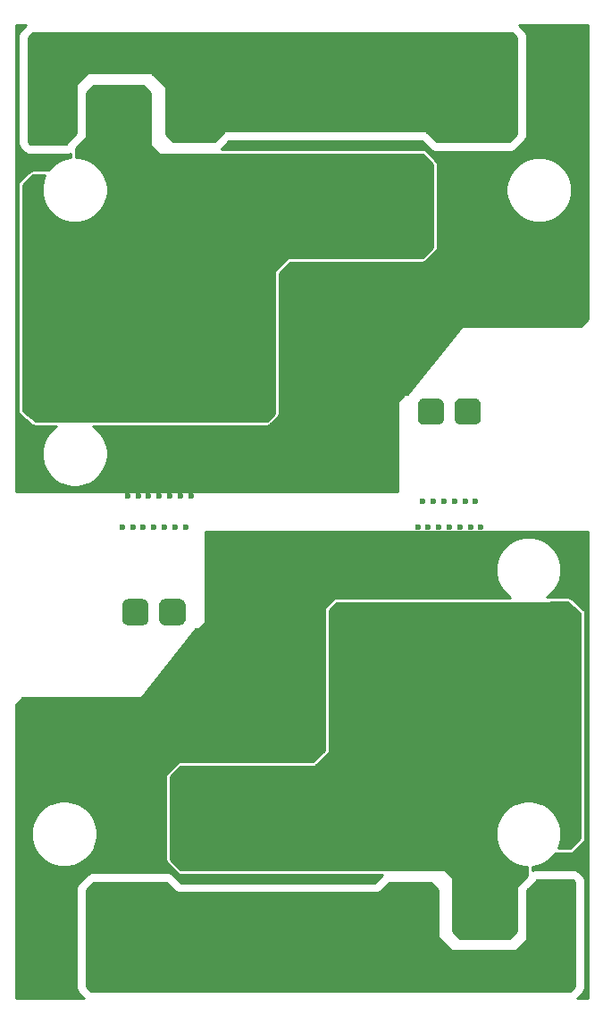
<source format=gbl>
G04 #@! TF.GenerationSoftware,KiCad,Pcbnew,(5.1.5)-3*
G04 #@! TF.CreationDate,2020-02-03T09:46:18+01:00*
G04 #@! TF.ProjectId,Chopper_v2,43686f70-7065-4725-9f76-322e6b696361,rev?*
G04 #@! TF.SameCoordinates,PXc65d40PYb71b000*
G04 #@! TF.FileFunction,Copper,L2,Bot*
G04 #@! TF.FilePolarity,Positive*
%FSLAX46Y46*%
G04 Gerber Fmt 4.6, Leading zero omitted, Abs format (unit mm)*
G04 Created by KiCad (PCBNEW (5.1.5)-3) date 2020-02-03 09:46:18*
%MOMM*%
%LPD*%
G04 APERTURE LIST*
%ADD10O,2.000000X3.500000*%
%ADD11C,0.100000*%
%ADD12C,1.500000*%
%ADD13C,0.600000*%
%ADD14C,0.254000*%
G04 APERTURE END LIST*
D10*
X9330000Y84000000D03*
X4250000Y84000000D03*
G04 #@! TA.AperFunction,SMDPad,CuDef*
D11*
G36*
X43936261Y57246990D02*
G01*
X43996931Y57237991D01*
X44056428Y57223088D01*
X44114177Y57202425D01*
X44169623Y57176201D01*
X44222231Y57144669D01*
X44271496Y57108132D01*
X44316942Y57066942D01*
X44358132Y57021496D01*
X44394669Y56972231D01*
X44426201Y56919623D01*
X44452425Y56864177D01*
X44473088Y56806428D01*
X44487991Y56746931D01*
X44496990Y56686261D01*
X44500000Y56625000D01*
X44500000Y55375000D01*
X44496990Y55313739D01*
X44487991Y55253069D01*
X44473088Y55193572D01*
X44452425Y55135823D01*
X44426201Y55080377D01*
X44394669Y55027769D01*
X44358132Y54978504D01*
X44316942Y54933058D01*
X44271496Y54891868D01*
X44222231Y54855331D01*
X44169623Y54823799D01*
X44114177Y54797575D01*
X44056428Y54776912D01*
X43996931Y54762009D01*
X43936261Y54753010D01*
X43875000Y54750000D01*
X42625000Y54750000D01*
X42563739Y54753010D01*
X42503069Y54762009D01*
X42443572Y54776912D01*
X42385823Y54797575D01*
X42330377Y54823799D01*
X42277769Y54855331D01*
X42228504Y54891868D01*
X42183058Y54933058D01*
X42141868Y54978504D01*
X42105331Y55027769D01*
X42073799Y55080377D01*
X42047575Y55135823D01*
X42026912Y55193572D01*
X42012009Y55253069D01*
X42003010Y55313739D01*
X42000000Y55375000D01*
X42000000Y56625000D01*
X42003010Y56686261D01*
X42012009Y56746931D01*
X42026912Y56806428D01*
X42047575Y56864177D01*
X42073799Y56919623D01*
X42105331Y56972231D01*
X42141868Y57021496D01*
X42183058Y57066942D01*
X42228504Y57108132D01*
X42277769Y57144669D01*
X42330377Y57176201D01*
X42385823Y57202425D01*
X42443572Y57223088D01*
X42503069Y57237991D01*
X42563739Y57246990D01*
X42625000Y57250000D01*
X43875000Y57250000D01*
X43936261Y57246990D01*
G37*
G04 #@! TD.AperFunction*
G04 #@! TA.AperFunction,SMDPad,CuDef*
G36*
X40436261Y57246990D02*
G01*
X40496931Y57237991D01*
X40556428Y57223088D01*
X40614177Y57202425D01*
X40669623Y57176201D01*
X40722231Y57144669D01*
X40771496Y57108132D01*
X40816942Y57066942D01*
X40858132Y57021496D01*
X40894669Y56972231D01*
X40926201Y56919623D01*
X40952425Y56864177D01*
X40973088Y56806428D01*
X40987991Y56746931D01*
X40996990Y56686261D01*
X41000000Y56625000D01*
X41000000Y55375000D01*
X40996990Y55313739D01*
X40987991Y55253069D01*
X40973088Y55193572D01*
X40952425Y55135823D01*
X40926201Y55080377D01*
X40894669Y55027769D01*
X40858132Y54978504D01*
X40816942Y54933058D01*
X40771496Y54891868D01*
X40722231Y54855331D01*
X40669623Y54823799D01*
X40614177Y54797575D01*
X40556428Y54776912D01*
X40496931Y54762009D01*
X40436261Y54753010D01*
X40375000Y54750000D01*
X39125000Y54750000D01*
X39063739Y54753010D01*
X39003069Y54762009D01*
X38943572Y54776912D01*
X38885823Y54797575D01*
X38830377Y54823799D01*
X38777769Y54855331D01*
X38728504Y54891868D01*
X38683058Y54933058D01*
X38641868Y54978504D01*
X38605331Y55027769D01*
X38573799Y55080377D01*
X38547575Y55135823D01*
X38526912Y55193572D01*
X38512009Y55253069D01*
X38503010Y55313739D01*
X38500000Y55375000D01*
X38500000Y56625000D01*
X38503010Y56686261D01*
X38512009Y56746931D01*
X38526912Y56806428D01*
X38547575Y56864177D01*
X38573799Y56919623D01*
X38605331Y56972231D01*
X38641868Y57021496D01*
X38683058Y57066942D01*
X38728504Y57108132D01*
X38777769Y57144669D01*
X38830377Y57176201D01*
X38885823Y57202425D01*
X38943572Y57223088D01*
X39003069Y57237991D01*
X39063739Y57246990D01*
X39125000Y57250000D01*
X40375000Y57250000D01*
X40436261Y57246990D01*
G37*
G04 #@! TD.AperFunction*
D12*
X39750000Y56000000D03*
X43250000Y56000000D03*
D10*
X45750000Y84000000D03*
X50830000Y84000000D03*
D12*
X11750000Y37000000D03*
X15250000Y37000000D03*
G04 #@! TA.AperFunction,SMDPad,CuDef*
D11*
G36*
X15936261Y38246990D02*
G01*
X15996931Y38237991D01*
X16056428Y38223088D01*
X16114177Y38202425D01*
X16169623Y38176201D01*
X16222231Y38144669D01*
X16271496Y38108132D01*
X16316942Y38066942D01*
X16358132Y38021496D01*
X16394669Y37972231D01*
X16426201Y37919623D01*
X16452425Y37864177D01*
X16473088Y37806428D01*
X16487991Y37746931D01*
X16496990Y37686261D01*
X16500000Y37625000D01*
X16500000Y36375000D01*
X16496990Y36313739D01*
X16487991Y36253069D01*
X16473088Y36193572D01*
X16452425Y36135823D01*
X16426201Y36080377D01*
X16394669Y36027769D01*
X16358132Y35978504D01*
X16316942Y35933058D01*
X16271496Y35891868D01*
X16222231Y35855331D01*
X16169623Y35823799D01*
X16114177Y35797575D01*
X16056428Y35776912D01*
X15996931Y35762009D01*
X15936261Y35753010D01*
X15875000Y35750000D01*
X14625000Y35750000D01*
X14563739Y35753010D01*
X14503069Y35762009D01*
X14443572Y35776912D01*
X14385823Y35797575D01*
X14330377Y35823799D01*
X14277769Y35855331D01*
X14228504Y35891868D01*
X14183058Y35933058D01*
X14141868Y35978504D01*
X14105331Y36027769D01*
X14073799Y36080377D01*
X14047575Y36135823D01*
X14026912Y36193572D01*
X14012009Y36253069D01*
X14003010Y36313739D01*
X14000000Y36375000D01*
X14000000Y37625000D01*
X14003010Y37686261D01*
X14012009Y37746931D01*
X14026912Y37806428D01*
X14047575Y37864177D01*
X14073799Y37919623D01*
X14105331Y37972231D01*
X14141868Y38021496D01*
X14183058Y38066942D01*
X14228504Y38108132D01*
X14277769Y38144669D01*
X14330377Y38176201D01*
X14385823Y38202425D01*
X14443572Y38223088D01*
X14503069Y38237991D01*
X14563739Y38246990D01*
X14625000Y38250000D01*
X15875000Y38250000D01*
X15936261Y38246990D01*
G37*
G04 #@! TD.AperFunction*
G04 #@! TA.AperFunction,SMDPad,CuDef*
G36*
X12436261Y38246990D02*
G01*
X12496931Y38237991D01*
X12556428Y38223088D01*
X12614177Y38202425D01*
X12669623Y38176201D01*
X12722231Y38144669D01*
X12771496Y38108132D01*
X12816942Y38066942D01*
X12858132Y38021496D01*
X12894669Y37972231D01*
X12926201Y37919623D01*
X12952425Y37864177D01*
X12973088Y37806428D01*
X12987991Y37746931D01*
X12996990Y37686261D01*
X13000000Y37625000D01*
X13000000Y36375000D01*
X12996990Y36313739D01*
X12987991Y36253069D01*
X12973088Y36193572D01*
X12952425Y36135823D01*
X12926201Y36080377D01*
X12894669Y36027769D01*
X12858132Y35978504D01*
X12816942Y35933058D01*
X12771496Y35891868D01*
X12722231Y35855331D01*
X12669623Y35823799D01*
X12614177Y35797575D01*
X12556428Y35776912D01*
X12496931Y35762009D01*
X12436261Y35753010D01*
X12375000Y35750000D01*
X11125000Y35750000D01*
X11063739Y35753010D01*
X11003069Y35762009D01*
X10943572Y35776912D01*
X10885823Y35797575D01*
X10830377Y35823799D01*
X10777769Y35855331D01*
X10728504Y35891868D01*
X10683058Y35933058D01*
X10641868Y35978504D01*
X10605331Y36027769D01*
X10573799Y36080377D01*
X10547575Y36135823D01*
X10526912Y36193572D01*
X10512009Y36253069D01*
X10503010Y36313739D01*
X10500000Y36375000D01*
X10500000Y37625000D01*
X10503010Y37686261D01*
X10512009Y37746931D01*
X10526912Y37806428D01*
X10547575Y37864177D01*
X10573799Y37919623D01*
X10605331Y37972231D01*
X10641868Y38021496D01*
X10683058Y38066942D01*
X10728504Y38108132D01*
X10777769Y38144669D01*
X10830377Y38176201D01*
X10885823Y38202425D01*
X10943572Y38223088D01*
X11003069Y38237991D01*
X11063739Y38246990D01*
X11125000Y38250000D01*
X12375000Y38250000D01*
X12436261Y38246990D01*
G37*
G04 #@! TD.AperFunction*
D10*
X50750000Y9000000D03*
X45670000Y9000000D03*
X4170000Y9000000D03*
X9250000Y9000000D03*
D13*
X19500000Y48750000D03*
X14500000Y48750000D03*
X21500000Y48750000D03*
X17500000Y48750000D03*
X15500000Y48750000D03*
X20500000Y48750000D03*
X30500000Y66000000D03*
X30500000Y69000000D03*
X30500000Y68000000D03*
X29500000Y68000000D03*
X29500000Y65000000D03*
X32500000Y65000000D03*
X1000000Y52250000D03*
X31500000Y61000000D03*
X1000000Y53500000D03*
X31500000Y62000000D03*
X18500000Y48750000D03*
X31500000Y63000000D03*
X16500000Y48750000D03*
X32500000Y66000000D03*
X1000000Y54750000D03*
X1000000Y51000000D03*
X1000000Y49750000D03*
X28500000Y61000000D03*
X30500000Y65000000D03*
X29500000Y69000000D03*
X29500000Y67000000D03*
X29500000Y66000000D03*
X32500000Y67000000D03*
X32500000Y68000000D03*
X30500000Y67000000D03*
X26500000Y63000000D03*
X28500000Y62000000D03*
X30500000Y64000000D03*
X29500000Y63000000D03*
X28500000Y63000000D03*
X31500000Y64000000D03*
X32500000Y69000000D03*
X32500000Y64000000D03*
X27500000Y63000000D03*
X29500000Y64000000D03*
X30500000Y63000000D03*
X30500000Y76500000D03*
X29000000Y72000000D03*
X29000000Y75000000D03*
X27500000Y76500000D03*
X27500000Y78000000D03*
X30500000Y79500000D03*
X26000000Y79500000D03*
X26000000Y78000000D03*
X27500000Y72000000D03*
X27500000Y73500000D03*
X30500000Y75000000D03*
X30500000Y78000000D03*
X32000000Y79500000D03*
X32000000Y76500000D03*
X29000000Y76500000D03*
X27500000Y75000000D03*
X33500000Y79500000D03*
X33500000Y73500000D03*
X32000000Y78000000D03*
X33500000Y72000000D03*
X32000000Y75000000D03*
X24500000Y76500000D03*
X32000000Y73500000D03*
X29000000Y79500000D03*
X33500000Y78000000D03*
X29000000Y78000000D03*
X33500000Y76500000D03*
X26000000Y73500000D03*
X33500000Y75000000D03*
X24500000Y73500000D03*
X32000000Y72000000D03*
X30500000Y72000000D03*
X29000000Y73500000D03*
X26000000Y75000000D03*
X24500000Y78000000D03*
X30500000Y73500000D03*
X26000000Y76500000D03*
X26000000Y72000000D03*
X27500000Y79500000D03*
X35500000Y72000000D03*
X36750000Y72000000D03*
X22500000Y76500000D03*
X21250000Y79500000D03*
X36750000Y76500000D03*
X20000000Y75000000D03*
X35500000Y75000000D03*
X20000000Y72000000D03*
X21250000Y72000000D03*
X22500000Y75000000D03*
X38000000Y72000000D03*
X36750000Y75000000D03*
X36750000Y73500000D03*
X35500000Y79500000D03*
X20000000Y73500000D03*
X35500000Y76500000D03*
X38000000Y78000000D03*
X21250000Y75000000D03*
X36750000Y78000000D03*
X20000000Y76500000D03*
X35500000Y78000000D03*
X20000000Y78000000D03*
X38000000Y73500000D03*
X21250000Y78000000D03*
X22500000Y79500000D03*
X36750000Y79500000D03*
X24500000Y79500000D03*
X22500000Y73500000D03*
X20000000Y79500000D03*
X22500000Y72000000D03*
X35500000Y73500000D03*
X38000000Y76500000D03*
X38000000Y79500000D03*
X21250000Y76500000D03*
X24500000Y72000000D03*
X38000000Y75000000D03*
X24500000Y75000000D03*
X21250000Y73500000D03*
X22500000Y78000000D03*
X10500000Y45000000D03*
X11500000Y45000000D03*
X12500000Y45000000D03*
X13500000Y45000000D03*
X14500000Y45000000D03*
X15500000Y45000000D03*
X16500000Y45000000D03*
X11000000Y48000000D03*
X12000000Y48000000D03*
X13000000Y48000000D03*
X14000000Y48000000D03*
X15000000Y48000000D03*
X16000000Y48000000D03*
X17000000Y48000000D03*
X38500000Y45000000D03*
X39500000Y45000000D03*
X40500000Y45000000D03*
X41500000Y45000000D03*
X42500000Y45000000D03*
X43500000Y45000000D03*
X44500000Y45000000D03*
X44000000Y47500000D03*
X43000000Y47500000D03*
X42000000Y47500000D03*
X41000000Y47500000D03*
X40000000Y47500000D03*
X39000000Y47500000D03*
X38500000Y44250000D03*
X40500000Y44250000D03*
X39500000Y44250000D03*
X37500000Y44250000D03*
X36500000Y44250000D03*
X35500000Y44250000D03*
X34500000Y44250000D03*
X33500000Y44250000D03*
X24500000Y28000000D03*
X24500000Y27000000D03*
X24500000Y26000000D03*
X24500000Y25000000D03*
X24500000Y24000000D03*
X25500000Y24000000D03*
X25500000Y25000000D03*
X25500000Y26000000D03*
X25500000Y27000000D03*
X25500000Y28000000D03*
X22500000Y28000000D03*
X22500000Y27000000D03*
X22500000Y26000000D03*
X22500000Y25000000D03*
X54000000Y38250000D03*
X54000000Y39500000D03*
X54000000Y40750000D03*
X54000000Y42000000D03*
X54000000Y43250000D03*
X23500000Y32000000D03*
X23500000Y31000000D03*
X23500000Y30000000D03*
X26500000Y32000000D03*
X26500000Y31000000D03*
X26500000Y30000000D03*
X24500000Y30000000D03*
X27500000Y30000000D03*
X28500000Y30000000D03*
X24500000Y29000000D03*
X25500000Y30000000D03*
X25500000Y29000000D03*
X22500000Y29000000D03*
X23500000Y29000000D03*
X22500000Y24000000D03*
X19500000Y21000000D03*
X18250000Y21000000D03*
X17000000Y21000000D03*
X19500000Y19500000D03*
X18250000Y19500000D03*
X17000000Y19500000D03*
X19500000Y18000000D03*
X18250000Y18000000D03*
X17000000Y18000000D03*
X19500000Y16500000D03*
X18250000Y16500000D03*
X17000000Y16500000D03*
X19500000Y15000000D03*
X18250000Y15000000D03*
X17000000Y15000000D03*
X19500000Y13500000D03*
X18250000Y13500000D03*
X17000000Y13500000D03*
X35000000Y21000000D03*
X33750000Y21000000D03*
X32500000Y21000000D03*
X35000000Y19500000D03*
X33750000Y19500000D03*
X32500000Y19500000D03*
X35000000Y18000000D03*
X33750000Y18000000D03*
X32500000Y18000000D03*
X35000000Y16500000D03*
X33750000Y16500000D03*
X32500000Y16500000D03*
X35000000Y15000000D03*
X33750000Y15000000D03*
X32500000Y15000000D03*
X33750000Y13500000D03*
X35000000Y13500000D03*
X32500000Y13500000D03*
X30500000Y13500000D03*
X30500000Y21000000D03*
X30500000Y18000000D03*
X30500000Y15000000D03*
X30500000Y19500000D03*
X30500000Y16500000D03*
X29000000Y13500000D03*
X29000000Y21000000D03*
X29000000Y18000000D03*
X29000000Y15000000D03*
X29000000Y19500000D03*
X29000000Y16500000D03*
X27500000Y13500000D03*
X27500000Y21000000D03*
X27500000Y18000000D03*
X27500000Y15000000D03*
X27500000Y19500000D03*
X27500000Y16500000D03*
X26000000Y13500000D03*
X26000000Y21000000D03*
X26000000Y18000000D03*
X26000000Y15000000D03*
X26000000Y19500000D03*
X26000000Y16500000D03*
X24500000Y13500000D03*
X24500000Y21000000D03*
X24500000Y18000000D03*
X24500000Y15000000D03*
X24500000Y19500000D03*
X24500000Y16500000D03*
X23000000Y13500000D03*
X23000000Y21000000D03*
X23000000Y18000000D03*
X23000000Y15000000D03*
X23000000Y19500000D03*
X23000000Y16500000D03*
X21500000Y13500000D03*
X21500000Y15000000D03*
X21500000Y16500000D03*
X21500000Y18000000D03*
X21500000Y19500000D03*
X21500000Y21000000D03*
D14*
G36*
X54594000Y4980060D02*
G01*
X54594001Y4980050D01*
X54594000Y406000D01*
X53646266Y406000D01*
X54120133Y879867D01*
X54229199Y1012765D01*
X54310242Y1164387D01*
X54360149Y1328906D01*
X54377000Y1500000D01*
X54377000Y11500000D01*
X54360149Y11671094D01*
X54310242Y11835613D01*
X54229199Y11987235D01*
X54120133Y12120133D01*
X53870133Y12370133D01*
X53737235Y12479199D01*
X53585613Y12560242D01*
X53421094Y12610149D01*
X53250000Y12627000D01*
X49750000Y12627000D01*
X49578906Y12610149D01*
X49414387Y12560242D01*
X49381000Y12542396D01*
X49381000Y12887524D01*
X49912112Y12993169D01*
X50481190Y13228889D01*
X50993346Y13571101D01*
X51428899Y14006654D01*
X51497663Y14109566D01*
X53000000Y14109566D01*
X53073732Y14116769D01*
X53145240Y14138335D01*
X53211166Y14173438D01*
X53268977Y14220728D01*
X54272178Y15220728D01*
X54319991Y15278894D01*
X54355199Y15344764D01*
X54376880Y15416237D01*
X54384201Y15490566D01*
X54384201Y36990566D01*
X54368079Y37100225D01*
X54339675Y37169302D01*
X54298340Y37231510D01*
X54245663Y37284459D01*
X52995663Y38315709D01*
X52963830Y38339300D01*
X52897845Y38374292D01*
X52826301Y38395738D01*
X52751948Y38402814D01*
X50731540Y38396168D01*
X50993346Y38571101D01*
X51428899Y39006654D01*
X51771111Y39518810D01*
X52006831Y40087888D01*
X52127000Y40692017D01*
X52127000Y41307983D01*
X52006831Y41912112D01*
X51771111Y42481190D01*
X51428899Y42993346D01*
X50993346Y43428899D01*
X50481190Y43771111D01*
X49912112Y44006831D01*
X49307983Y44127000D01*
X48692017Y44127000D01*
X48087888Y44006831D01*
X47518810Y43771111D01*
X47006654Y43428899D01*
X46571101Y42993346D01*
X46228889Y42481190D01*
X45993169Y41912112D01*
X45873000Y41307983D01*
X45873000Y40692017D01*
X45993169Y40087888D01*
X46228889Y39518810D01*
X46571101Y39006654D01*
X47006654Y38571101D01*
X47285425Y38384832D01*
X43252556Y38371566D01*
X30753201Y38371566D01*
X30678872Y38364245D01*
X30607399Y38342564D01*
X30541529Y38307356D01*
X30483793Y38259974D01*
X29733793Y37509974D01*
X29686461Y37452313D01*
X29651238Y37386452D01*
X29629539Y37314984D01*
X29622201Y37240656D01*
X29619037Y23907853D01*
X28592184Y22881000D01*
X16000000Y22881000D01*
X15925671Y22873679D01*
X15854198Y22851998D01*
X15788328Y22816790D01*
X15730592Y22769408D01*
X14730592Y21769408D01*
X14683210Y21711672D01*
X14648002Y21645802D01*
X14626321Y21574329D01*
X14619000Y21500000D01*
X14619000Y13500000D01*
X14625976Y13427426D01*
X14647321Y13355852D01*
X14682220Y13289817D01*
X14729330Y13231860D01*
X15729330Y12222426D01*
X15788447Y12173696D01*
X15854330Y12138513D01*
X15925812Y12116859D01*
X16000144Y12109566D01*
X35126517Y12116783D01*
X34386734Y11377000D01*
X16113266Y11377000D01*
X15370133Y12120133D01*
X15237235Y12229199D01*
X15085613Y12310242D01*
X14921094Y12360149D01*
X14750000Y12377000D01*
X7750000Y12377000D01*
X7578906Y12360149D01*
X7414387Y12310242D01*
X7262765Y12229199D01*
X7129867Y12120133D01*
X6379867Y11370133D01*
X6270801Y11237235D01*
X6189758Y11085613D01*
X6139851Y10921094D01*
X6123000Y10750000D01*
X6123000Y1500000D01*
X6139851Y1328906D01*
X6189758Y1164387D01*
X6270801Y1012765D01*
X6379867Y879867D01*
X6853734Y406000D01*
X406000Y406000D01*
X406000Y16307983D01*
X1873000Y16307983D01*
X1873000Y15692017D01*
X1993169Y15087888D01*
X2228889Y14518810D01*
X2571101Y14006654D01*
X3006654Y13571101D01*
X3518810Y13228889D01*
X4087888Y12993169D01*
X4692017Y12873000D01*
X5307983Y12873000D01*
X5912112Y12993169D01*
X6481190Y13228889D01*
X6993346Y13571101D01*
X7428899Y14006654D01*
X7771111Y14518810D01*
X8006831Y15087888D01*
X8127000Y15692017D01*
X8127000Y16307983D01*
X8006831Y16912112D01*
X7771111Y17481190D01*
X7428899Y17993346D01*
X6993346Y18428899D01*
X6481190Y18771111D01*
X5912112Y19006831D01*
X5307983Y19127000D01*
X4692017Y19127000D01*
X4087888Y19006831D01*
X3518810Y18771111D01*
X3006654Y18428899D01*
X2571101Y17993346D01*
X2228889Y17481190D01*
X1993169Y16912112D01*
X1873000Y16307983D01*
X406000Y16307983D01*
X406000Y28226394D01*
X1052606Y28873000D01*
X12250000Y28873000D01*
X12274776Y28875440D01*
X12298601Y28882667D01*
X12320557Y28894403D01*
X12339803Y28910197D01*
X12349729Y28921367D01*
X17436593Y35373000D01*
X17750000Y35373000D01*
X17774776Y35375440D01*
X17798601Y35382667D01*
X17820557Y35394403D01*
X17839803Y35410197D01*
X18339803Y35910197D01*
X18355597Y35929443D01*
X18367333Y35951399D01*
X18374560Y35975224D01*
X18377000Y36000000D01*
X18377000Y44594000D01*
X54594001Y44594000D01*
X54594000Y4980060D01*
G37*
X54594000Y4980060D02*
X54594001Y4980050D01*
X54594000Y406000D01*
X53646266Y406000D01*
X54120133Y879867D01*
X54229199Y1012765D01*
X54310242Y1164387D01*
X54360149Y1328906D01*
X54377000Y1500000D01*
X54377000Y11500000D01*
X54360149Y11671094D01*
X54310242Y11835613D01*
X54229199Y11987235D01*
X54120133Y12120133D01*
X53870133Y12370133D01*
X53737235Y12479199D01*
X53585613Y12560242D01*
X53421094Y12610149D01*
X53250000Y12627000D01*
X49750000Y12627000D01*
X49578906Y12610149D01*
X49414387Y12560242D01*
X49381000Y12542396D01*
X49381000Y12887524D01*
X49912112Y12993169D01*
X50481190Y13228889D01*
X50993346Y13571101D01*
X51428899Y14006654D01*
X51497663Y14109566D01*
X53000000Y14109566D01*
X53073732Y14116769D01*
X53145240Y14138335D01*
X53211166Y14173438D01*
X53268977Y14220728D01*
X54272178Y15220728D01*
X54319991Y15278894D01*
X54355199Y15344764D01*
X54376880Y15416237D01*
X54384201Y15490566D01*
X54384201Y36990566D01*
X54368079Y37100225D01*
X54339675Y37169302D01*
X54298340Y37231510D01*
X54245663Y37284459D01*
X52995663Y38315709D01*
X52963830Y38339300D01*
X52897845Y38374292D01*
X52826301Y38395738D01*
X52751948Y38402814D01*
X50731540Y38396168D01*
X50993346Y38571101D01*
X51428899Y39006654D01*
X51771111Y39518810D01*
X52006831Y40087888D01*
X52127000Y40692017D01*
X52127000Y41307983D01*
X52006831Y41912112D01*
X51771111Y42481190D01*
X51428899Y42993346D01*
X50993346Y43428899D01*
X50481190Y43771111D01*
X49912112Y44006831D01*
X49307983Y44127000D01*
X48692017Y44127000D01*
X48087888Y44006831D01*
X47518810Y43771111D01*
X47006654Y43428899D01*
X46571101Y42993346D01*
X46228889Y42481190D01*
X45993169Y41912112D01*
X45873000Y41307983D01*
X45873000Y40692017D01*
X45993169Y40087888D01*
X46228889Y39518810D01*
X46571101Y39006654D01*
X47006654Y38571101D01*
X47285425Y38384832D01*
X43252556Y38371566D01*
X30753201Y38371566D01*
X30678872Y38364245D01*
X30607399Y38342564D01*
X30541529Y38307356D01*
X30483793Y38259974D01*
X29733793Y37509974D01*
X29686461Y37452313D01*
X29651238Y37386452D01*
X29629539Y37314984D01*
X29622201Y37240656D01*
X29619037Y23907853D01*
X28592184Y22881000D01*
X16000000Y22881000D01*
X15925671Y22873679D01*
X15854198Y22851998D01*
X15788328Y22816790D01*
X15730592Y22769408D01*
X14730592Y21769408D01*
X14683210Y21711672D01*
X14648002Y21645802D01*
X14626321Y21574329D01*
X14619000Y21500000D01*
X14619000Y13500000D01*
X14625976Y13427426D01*
X14647321Y13355852D01*
X14682220Y13289817D01*
X14729330Y13231860D01*
X15729330Y12222426D01*
X15788447Y12173696D01*
X15854330Y12138513D01*
X15925812Y12116859D01*
X16000144Y12109566D01*
X35126517Y12116783D01*
X34386734Y11377000D01*
X16113266Y11377000D01*
X15370133Y12120133D01*
X15237235Y12229199D01*
X15085613Y12310242D01*
X14921094Y12360149D01*
X14750000Y12377000D01*
X7750000Y12377000D01*
X7578906Y12360149D01*
X7414387Y12310242D01*
X7262765Y12229199D01*
X7129867Y12120133D01*
X6379867Y11370133D01*
X6270801Y11237235D01*
X6189758Y11085613D01*
X6139851Y10921094D01*
X6123000Y10750000D01*
X6123000Y1500000D01*
X6139851Y1328906D01*
X6189758Y1164387D01*
X6270801Y1012765D01*
X6379867Y879867D01*
X6853734Y406000D01*
X406000Y406000D01*
X406000Y16307983D01*
X1873000Y16307983D01*
X1873000Y15692017D01*
X1993169Y15087888D01*
X2228889Y14518810D01*
X2571101Y14006654D01*
X3006654Y13571101D01*
X3518810Y13228889D01*
X4087888Y12993169D01*
X4692017Y12873000D01*
X5307983Y12873000D01*
X5912112Y12993169D01*
X6481190Y13228889D01*
X6993346Y13571101D01*
X7428899Y14006654D01*
X7771111Y14518810D01*
X8006831Y15087888D01*
X8127000Y15692017D01*
X8127000Y16307983D01*
X8006831Y16912112D01*
X7771111Y17481190D01*
X7428899Y17993346D01*
X6993346Y18428899D01*
X6481190Y18771111D01*
X5912112Y19006831D01*
X5307983Y19127000D01*
X4692017Y19127000D01*
X4087888Y19006831D01*
X3518810Y18771111D01*
X3006654Y18428899D01*
X2571101Y17993346D01*
X2228889Y17481190D01*
X1993169Y16912112D01*
X1873000Y16307983D01*
X406000Y16307983D01*
X406000Y28226394D01*
X1052606Y28873000D01*
X12250000Y28873000D01*
X12274776Y28875440D01*
X12298601Y28882667D01*
X12320557Y28894403D01*
X12339803Y28910197D01*
X12349729Y28921367D01*
X17436593Y35373000D01*
X17750000Y35373000D01*
X17774776Y35375440D01*
X17798601Y35382667D01*
X17820557Y35394403D01*
X17839803Y35410197D01*
X18339803Y35910197D01*
X18355597Y35929443D01*
X18367333Y35951399D01*
X18374560Y35975224D01*
X18377000Y36000000D01*
X18377000Y44594000D01*
X54594001Y44594000D01*
X54594000Y4980060D01*
G36*
X53373000Y11447394D02*
G01*
X53373000Y1552606D01*
X52947394Y1127000D01*
X7552606Y1127000D01*
X7127000Y1552606D01*
X7127000Y10697394D01*
X7802606Y11373000D01*
X14697394Y11373000D01*
X15660197Y10410197D01*
X15679443Y10394403D01*
X15701399Y10382667D01*
X15725224Y10375440D01*
X15750000Y10373000D01*
X34750000Y10373000D01*
X34774776Y10375440D01*
X34798601Y10382667D01*
X34820557Y10394403D01*
X34839803Y10410197D01*
X35802606Y11373000D01*
X39697394Y11373000D01*
X40373000Y10697394D01*
X40373000Y6250000D01*
X40375440Y6225224D01*
X40382667Y6201399D01*
X40394403Y6179443D01*
X40410197Y6160197D01*
X41660197Y4910197D01*
X41679443Y4894403D01*
X41701399Y4882667D01*
X41725224Y4875440D01*
X41750000Y4873000D01*
X47750000Y4873000D01*
X47774776Y4875440D01*
X47798601Y4882667D01*
X47820557Y4894403D01*
X47839803Y4910197D01*
X48839803Y5910197D01*
X48855597Y5929443D01*
X48867333Y5951399D01*
X48874560Y5975224D01*
X48877000Y6000000D01*
X48877000Y10629711D01*
X49623037Y11382786D01*
X49729199Y11512765D01*
X49771487Y11591881D01*
X49802606Y11623000D01*
X53197394Y11623000D01*
X53373000Y11447394D01*
G37*
X53373000Y11447394D02*
X53373000Y1552606D01*
X52947394Y1127000D01*
X7552606Y1127000D01*
X7127000Y1552606D01*
X7127000Y10697394D01*
X7802606Y11373000D01*
X14697394Y11373000D01*
X15660197Y10410197D01*
X15679443Y10394403D01*
X15701399Y10382667D01*
X15725224Y10375440D01*
X15750000Y10373000D01*
X34750000Y10373000D01*
X34774776Y10375440D01*
X34798601Y10382667D01*
X34820557Y10394403D01*
X34839803Y10410197D01*
X35802606Y11373000D01*
X39697394Y11373000D01*
X40373000Y10697394D01*
X40373000Y6250000D01*
X40375440Y6225224D01*
X40382667Y6201399D01*
X40394403Y6179443D01*
X40410197Y6160197D01*
X41660197Y4910197D01*
X41679443Y4894403D01*
X41701399Y4882667D01*
X41725224Y4875440D01*
X41750000Y4873000D01*
X47750000Y4873000D01*
X47774776Y4875440D01*
X47798601Y4882667D01*
X47820557Y4894403D01*
X47839803Y4910197D01*
X48839803Y5910197D01*
X48855597Y5929443D01*
X48867333Y5951399D01*
X48874560Y5975224D01*
X48877000Y6000000D01*
X48877000Y10629711D01*
X49623037Y11382786D01*
X49729199Y11512765D01*
X49771487Y11591881D01*
X49802606Y11623000D01*
X53197394Y11623000D01*
X53373000Y11447394D01*
G36*
X53876201Y36930700D02*
G01*
X53876201Y15543290D01*
X52947514Y14617566D01*
X51812017Y14617566D01*
X52006831Y15087888D01*
X52127000Y15692017D01*
X52127000Y16307983D01*
X52006831Y16912112D01*
X51771111Y17481190D01*
X51428899Y17993346D01*
X50993346Y18428899D01*
X50481190Y18771111D01*
X49912112Y19006831D01*
X49307983Y19127000D01*
X48692017Y19127000D01*
X48087888Y19006831D01*
X47518810Y18771111D01*
X47006654Y18428899D01*
X46571101Y17993346D01*
X46228889Y17481190D01*
X45993169Y16912112D01*
X45873000Y16307983D01*
X45873000Y15692017D01*
X45993169Y15087888D01*
X46228889Y14518810D01*
X46571101Y14006654D01*
X47006654Y13571101D01*
X47518810Y13228889D01*
X48087888Y12993169D01*
X48692017Y12873000D01*
X48873000Y12873000D01*
X48873000Y12052256D01*
X47909777Y11079946D01*
X47894073Y11060627D01*
X47882440Y11038615D01*
X47875325Y11014757D01*
X47873000Y10990566D01*
X47873000Y6793172D01*
X47197499Y6117671D01*
X42552710Y6126896D01*
X41877000Y6802606D01*
X41877000Y11750000D01*
X41874560Y11774776D01*
X41867333Y11798601D01*
X41855597Y11820557D01*
X41839803Y11839803D01*
X41089803Y12589803D01*
X41070557Y12605597D01*
X41048601Y12617333D01*
X41024776Y12624560D01*
X40999952Y12627000D01*
X16052935Y12617586D01*
X15127000Y13552256D01*
X15127000Y21447394D01*
X16052606Y22373000D01*
X28750000Y22373000D01*
X28774776Y22375440D01*
X28798601Y22382667D01*
X28820557Y22394403D01*
X28839803Y22410197D01*
X30089803Y23660197D01*
X30105597Y23679443D01*
X30117333Y23701399D01*
X30124560Y23725224D01*
X30127000Y23749970D01*
X30130189Y37187948D01*
X30805807Y37863566D01*
X43253201Y37863566D01*
X43253619Y37863567D01*
X48650196Y37881319D01*
X48692017Y37873000D01*
X49307983Y37873000D01*
X49361569Y37883659D01*
X52707757Y37894666D01*
X53876201Y36930700D01*
G37*
X53876201Y36930700D02*
X53876201Y15543290D01*
X52947514Y14617566D01*
X51812017Y14617566D01*
X52006831Y15087888D01*
X52127000Y15692017D01*
X52127000Y16307983D01*
X52006831Y16912112D01*
X51771111Y17481190D01*
X51428899Y17993346D01*
X50993346Y18428899D01*
X50481190Y18771111D01*
X49912112Y19006831D01*
X49307983Y19127000D01*
X48692017Y19127000D01*
X48087888Y19006831D01*
X47518810Y18771111D01*
X47006654Y18428899D01*
X46571101Y17993346D01*
X46228889Y17481190D01*
X45993169Y16912112D01*
X45873000Y16307983D01*
X45873000Y15692017D01*
X45993169Y15087888D01*
X46228889Y14518810D01*
X46571101Y14006654D01*
X47006654Y13571101D01*
X47518810Y13228889D01*
X48087888Y12993169D01*
X48692017Y12873000D01*
X48873000Y12873000D01*
X48873000Y12052256D01*
X47909777Y11079946D01*
X47894073Y11060627D01*
X47882440Y11038615D01*
X47875325Y11014757D01*
X47873000Y10990566D01*
X47873000Y6793172D01*
X47197499Y6117671D01*
X42552710Y6126896D01*
X41877000Y6802606D01*
X41877000Y11750000D01*
X41874560Y11774776D01*
X41867333Y11798601D01*
X41855597Y11820557D01*
X41839803Y11839803D01*
X41089803Y12589803D01*
X41070557Y12605597D01*
X41048601Y12617333D01*
X41024776Y12624560D01*
X40999952Y12627000D01*
X16052935Y12617586D01*
X15127000Y13552256D01*
X15127000Y21447394D01*
X16052606Y22373000D01*
X28750000Y22373000D01*
X28774776Y22375440D01*
X28798601Y22382667D01*
X28820557Y22394403D01*
X28839803Y22410197D01*
X30089803Y23660197D01*
X30105597Y23679443D01*
X30117333Y23701399D01*
X30124560Y23725224D01*
X30127000Y23749970D01*
X30130189Y37187948D01*
X30805807Y37863566D01*
X43253201Y37863566D01*
X43253619Y37863567D01*
X48650196Y37881319D01*
X48692017Y37873000D01*
X49307983Y37873000D01*
X49361569Y37883659D01*
X52707757Y37894666D01*
X53876201Y36930700D01*
G36*
X1627000Y81552606D02*
G01*
X1627000Y91447394D01*
X2052606Y91873000D01*
X47447394Y91873000D01*
X47873000Y91447394D01*
X47873000Y82302606D01*
X47197394Y81627000D01*
X40302606Y81627000D01*
X39339803Y82589803D01*
X39320557Y82605597D01*
X39298601Y82617333D01*
X39274776Y82624560D01*
X39250000Y82627000D01*
X20250000Y82627000D01*
X20225224Y82624560D01*
X20201399Y82617333D01*
X20179443Y82605597D01*
X20160197Y82589803D01*
X19197394Y81627000D01*
X15302606Y81627000D01*
X14627000Y82302606D01*
X14627000Y86750000D01*
X14624560Y86774776D01*
X14617333Y86798601D01*
X14605597Y86820557D01*
X14589803Y86839803D01*
X13339803Y88089803D01*
X13320557Y88105597D01*
X13298601Y88117333D01*
X13274776Y88124560D01*
X13250000Y88127000D01*
X7250000Y88127000D01*
X7225224Y88124560D01*
X7201399Y88117333D01*
X7179443Y88105597D01*
X7160197Y88089803D01*
X6160197Y87089803D01*
X6144403Y87070557D01*
X6132667Y87048601D01*
X6125440Y87024776D01*
X6123000Y87000000D01*
X6123000Y82370289D01*
X5376963Y81617214D01*
X5270801Y81487235D01*
X5228513Y81408119D01*
X5197394Y81377000D01*
X1802606Y81377000D01*
X1627000Y81552606D01*
G37*
X1627000Y81552606D02*
X1627000Y91447394D01*
X2052606Y91873000D01*
X47447394Y91873000D01*
X47873000Y91447394D01*
X47873000Y82302606D01*
X47197394Y81627000D01*
X40302606Y81627000D01*
X39339803Y82589803D01*
X39320557Y82605597D01*
X39298601Y82617333D01*
X39274776Y82624560D01*
X39250000Y82627000D01*
X20250000Y82627000D01*
X20225224Y82624560D01*
X20201399Y82617333D01*
X20179443Y82605597D01*
X20160197Y82589803D01*
X19197394Y81627000D01*
X15302606Y81627000D01*
X14627000Y82302606D01*
X14627000Y86750000D01*
X14624560Y86774776D01*
X14617333Y86798601D01*
X14605597Y86820557D01*
X14589803Y86839803D01*
X13339803Y88089803D01*
X13320557Y88105597D01*
X13298601Y88117333D01*
X13274776Y88124560D01*
X13250000Y88127000D01*
X7250000Y88127000D01*
X7225224Y88124560D01*
X7201399Y88117333D01*
X7179443Y88105597D01*
X7160197Y88089803D01*
X6160197Y87089803D01*
X6144403Y87070557D01*
X6132667Y87048601D01*
X6125440Y87024776D01*
X6123000Y87000000D01*
X6123000Y82370289D01*
X5376963Y81617214D01*
X5270801Y81487235D01*
X5228513Y81408119D01*
X5197394Y81377000D01*
X1802606Y81377000D01*
X1627000Y81552606D01*
G36*
X1123799Y56069300D02*
G01*
X1123799Y77456710D01*
X2052486Y78382434D01*
X3187983Y78382434D01*
X2993169Y77912112D01*
X2873000Y77307983D01*
X2873000Y76692017D01*
X2993169Y76087888D01*
X3228889Y75518810D01*
X3571101Y75006654D01*
X4006654Y74571101D01*
X4518810Y74228889D01*
X5087888Y73993169D01*
X5692017Y73873000D01*
X6307983Y73873000D01*
X6912112Y73993169D01*
X7481190Y74228889D01*
X7993346Y74571101D01*
X8428899Y75006654D01*
X8771111Y75518810D01*
X9006831Y76087888D01*
X9127000Y76692017D01*
X9127000Y77307983D01*
X9006831Y77912112D01*
X8771111Y78481190D01*
X8428899Y78993346D01*
X7993346Y79428899D01*
X7481190Y79771111D01*
X6912112Y80006831D01*
X6307983Y80127000D01*
X6127000Y80127000D01*
X6127000Y80947744D01*
X7090223Y81920054D01*
X7105927Y81939373D01*
X7117560Y81961385D01*
X7124675Y81985243D01*
X7127000Y82009434D01*
X7127000Y86206828D01*
X7802501Y86882329D01*
X12447290Y86873104D01*
X13123000Y86197394D01*
X13123000Y81250000D01*
X13125440Y81225224D01*
X13132667Y81201399D01*
X13144403Y81179443D01*
X13160197Y81160197D01*
X13910197Y80410197D01*
X13929443Y80394403D01*
X13951399Y80382667D01*
X13975224Y80375440D01*
X14000048Y80373000D01*
X38947065Y80382414D01*
X39873000Y79447744D01*
X39873000Y71552606D01*
X38947394Y70627000D01*
X26250000Y70627000D01*
X26225224Y70624560D01*
X26201399Y70617333D01*
X26179443Y70605597D01*
X26160197Y70589803D01*
X24910197Y69339803D01*
X24894403Y69320557D01*
X24882667Y69298601D01*
X24875440Y69274776D01*
X24873000Y69250030D01*
X24869811Y55812052D01*
X24194193Y55136434D01*
X11746799Y55136434D01*
X11746381Y55136433D01*
X6349804Y55118681D01*
X6307983Y55127000D01*
X5692017Y55127000D01*
X5638431Y55116341D01*
X2292243Y55105334D01*
X1123799Y56069300D01*
G37*
X1123799Y56069300D02*
X1123799Y77456710D01*
X2052486Y78382434D01*
X3187983Y78382434D01*
X2993169Y77912112D01*
X2873000Y77307983D01*
X2873000Y76692017D01*
X2993169Y76087888D01*
X3228889Y75518810D01*
X3571101Y75006654D01*
X4006654Y74571101D01*
X4518810Y74228889D01*
X5087888Y73993169D01*
X5692017Y73873000D01*
X6307983Y73873000D01*
X6912112Y73993169D01*
X7481190Y74228889D01*
X7993346Y74571101D01*
X8428899Y75006654D01*
X8771111Y75518810D01*
X9006831Y76087888D01*
X9127000Y76692017D01*
X9127000Y77307983D01*
X9006831Y77912112D01*
X8771111Y78481190D01*
X8428899Y78993346D01*
X7993346Y79428899D01*
X7481190Y79771111D01*
X6912112Y80006831D01*
X6307983Y80127000D01*
X6127000Y80127000D01*
X6127000Y80947744D01*
X7090223Y81920054D01*
X7105927Y81939373D01*
X7117560Y81961385D01*
X7124675Y81985243D01*
X7127000Y82009434D01*
X7127000Y86206828D01*
X7802501Y86882329D01*
X12447290Y86873104D01*
X13123000Y86197394D01*
X13123000Y81250000D01*
X13125440Y81225224D01*
X13132667Y81201399D01*
X13144403Y81179443D01*
X13160197Y81160197D01*
X13910197Y80410197D01*
X13929443Y80394403D01*
X13951399Y80382667D01*
X13975224Y80375440D01*
X14000048Y80373000D01*
X38947065Y80382414D01*
X39873000Y79447744D01*
X39873000Y71552606D01*
X38947394Y70627000D01*
X26250000Y70627000D01*
X26225224Y70624560D01*
X26201399Y70617333D01*
X26179443Y70605597D01*
X26160197Y70589803D01*
X24910197Y69339803D01*
X24894403Y69320557D01*
X24882667Y69298601D01*
X24875440Y69274776D01*
X24873000Y69250030D01*
X24869811Y55812052D01*
X24194193Y55136434D01*
X11746799Y55136434D01*
X11746381Y55136433D01*
X6349804Y55118681D01*
X6307983Y55127000D01*
X5692017Y55127000D01*
X5638431Y55116341D01*
X2292243Y55105334D01*
X1123799Y56069300D01*
G36*
X406000Y88019940D02*
G01*
X405999Y88019950D01*
X406000Y92594000D01*
X1353734Y92594000D01*
X879867Y92120133D01*
X770801Y91987235D01*
X689758Y91835613D01*
X639851Y91671094D01*
X623000Y91500000D01*
X623000Y81500000D01*
X639851Y81328906D01*
X689758Y81164387D01*
X770801Y81012765D01*
X879867Y80879867D01*
X1129867Y80629867D01*
X1262765Y80520801D01*
X1414387Y80439758D01*
X1578906Y80389851D01*
X1750000Y80373000D01*
X5250000Y80373000D01*
X5421094Y80389851D01*
X5585613Y80439758D01*
X5619000Y80457604D01*
X5619000Y80112476D01*
X5087888Y80006831D01*
X4518810Y79771111D01*
X4006654Y79428899D01*
X3571101Y78993346D01*
X3502337Y78890434D01*
X2000000Y78890434D01*
X1926268Y78883231D01*
X1854760Y78861665D01*
X1788834Y78826562D01*
X1731023Y78779272D01*
X727822Y77779272D01*
X680009Y77721106D01*
X644801Y77655236D01*
X623120Y77583763D01*
X615799Y77509434D01*
X615799Y56009434D01*
X631921Y55899775D01*
X660325Y55830698D01*
X701660Y55768490D01*
X754337Y55715541D01*
X2004337Y54684291D01*
X2036170Y54660700D01*
X2102155Y54625708D01*
X2173699Y54604262D01*
X2248052Y54597186D01*
X4268460Y54603832D01*
X4006654Y54428899D01*
X3571101Y53993346D01*
X3228889Y53481190D01*
X2993169Y52912112D01*
X2873000Y52307983D01*
X2873000Y51692017D01*
X2993169Y51087888D01*
X3228889Y50518810D01*
X3571101Y50006654D01*
X4006654Y49571101D01*
X4518810Y49228889D01*
X5087888Y48993169D01*
X5692017Y48873000D01*
X6307983Y48873000D01*
X6912112Y48993169D01*
X7481190Y49228889D01*
X7993346Y49571101D01*
X8428899Y50006654D01*
X8771111Y50518810D01*
X9006831Y51087888D01*
X9127000Y51692017D01*
X9127000Y52307983D01*
X9006831Y52912112D01*
X8771111Y53481190D01*
X8428899Y53993346D01*
X7993346Y54428899D01*
X7714575Y54615168D01*
X11747444Y54628434D01*
X24246799Y54628434D01*
X24321128Y54635755D01*
X24392601Y54657436D01*
X24458471Y54692644D01*
X24516207Y54740026D01*
X25266207Y55490026D01*
X25313539Y55547687D01*
X25348762Y55613548D01*
X25370461Y55685016D01*
X25377799Y55759344D01*
X25380963Y69092147D01*
X26407816Y70119000D01*
X39000000Y70119000D01*
X39074329Y70126321D01*
X39145802Y70148002D01*
X39211672Y70183210D01*
X39269408Y70230592D01*
X40269408Y71230592D01*
X40316790Y71288328D01*
X40351998Y71354198D01*
X40373679Y71425671D01*
X40381000Y71500000D01*
X40381000Y79500000D01*
X40374024Y79572574D01*
X40352679Y79644148D01*
X40317780Y79710183D01*
X40270670Y79768140D01*
X39270670Y80777574D01*
X39211553Y80826304D01*
X39145670Y80861487D01*
X39074188Y80883141D01*
X38999856Y80890434D01*
X19873483Y80883217D01*
X20613266Y81623000D01*
X38886734Y81623000D01*
X39629867Y80879867D01*
X39762765Y80770801D01*
X39914387Y80689758D01*
X40078906Y80639851D01*
X40250000Y80623000D01*
X47250000Y80623000D01*
X47421094Y80639851D01*
X47585613Y80689758D01*
X47737235Y80770801D01*
X47870133Y80879867D01*
X48620133Y81629867D01*
X48729199Y81762765D01*
X48810242Y81914387D01*
X48860149Y82078906D01*
X48877000Y82250000D01*
X48877000Y91500000D01*
X48860149Y91671094D01*
X48810242Y91835613D01*
X48729199Y91987235D01*
X48620133Y92120133D01*
X48146266Y92594000D01*
X54594000Y92594000D01*
X54594000Y76692017D01*
X53127000Y76692017D01*
X53127000Y77307983D01*
X53006831Y77912112D01*
X52771111Y78481190D01*
X52428899Y78993346D01*
X51993346Y79428899D01*
X51481190Y79771111D01*
X50912112Y80006831D01*
X50307983Y80127000D01*
X49692017Y80127000D01*
X49087888Y80006831D01*
X48518810Y79771111D01*
X48006654Y79428899D01*
X47571101Y78993346D01*
X47228889Y78481190D01*
X46993169Y77912112D01*
X46873000Y77307983D01*
X46873000Y76692017D01*
X46993169Y76087888D01*
X47228889Y75518810D01*
X47571101Y75006654D01*
X48006654Y74571101D01*
X48518810Y74228889D01*
X49087888Y73993169D01*
X49692017Y73873000D01*
X50307983Y73873000D01*
X50912112Y73993169D01*
X51481190Y74228889D01*
X51993346Y74571101D01*
X52428899Y75006654D01*
X52771111Y75518810D01*
X53006831Y76087888D01*
X53127000Y76692017D01*
X54594000Y76692017D01*
X54594000Y64773606D01*
X53947394Y64127000D01*
X42750000Y64127000D01*
X42725224Y64124560D01*
X42701399Y64117333D01*
X42679443Y64105597D01*
X42660197Y64089803D01*
X42650271Y64078633D01*
X37563407Y57627000D01*
X37250000Y57627000D01*
X37225224Y57624560D01*
X37201399Y57617333D01*
X37179443Y57605597D01*
X37160197Y57589803D01*
X36660197Y57089803D01*
X36644403Y57070557D01*
X36632667Y57048601D01*
X36625440Y57024776D01*
X36623000Y57000000D01*
X36623000Y48406000D01*
X405999Y48406000D01*
X406000Y88019940D01*
G37*
X406000Y88019940D02*
X405999Y88019950D01*
X406000Y92594000D01*
X1353734Y92594000D01*
X879867Y92120133D01*
X770801Y91987235D01*
X689758Y91835613D01*
X639851Y91671094D01*
X623000Y91500000D01*
X623000Y81500000D01*
X639851Y81328906D01*
X689758Y81164387D01*
X770801Y81012765D01*
X879867Y80879867D01*
X1129867Y80629867D01*
X1262765Y80520801D01*
X1414387Y80439758D01*
X1578906Y80389851D01*
X1750000Y80373000D01*
X5250000Y80373000D01*
X5421094Y80389851D01*
X5585613Y80439758D01*
X5619000Y80457604D01*
X5619000Y80112476D01*
X5087888Y80006831D01*
X4518810Y79771111D01*
X4006654Y79428899D01*
X3571101Y78993346D01*
X3502337Y78890434D01*
X2000000Y78890434D01*
X1926268Y78883231D01*
X1854760Y78861665D01*
X1788834Y78826562D01*
X1731023Y78779272D01*
X727822Y77779272D01*
X680009Y77721106D01*
X644801Y77655236D01*
X623120Y77583763D01*
X615799Y77509434D01*
X615799Y56009434D01*
X631921Y55899775D01*
X660325Y55830698D01*
X701660Y55768490D01*
X754337Y55715541D01*
X2004337Y54684291D01*
X2036170Y54660700D01*
X2102155Y54625708D01*
X2173699Y54604262D01*
X2248052Y54597186D01*
X4268460Y54603832D01*
X4006654Y54428899D01*
X3571101Y53993346D01*
X3228889Y53481190D01*
X2993169Y52912112D01*
X2873000Y52307983D01*
X2873000Y51692017D01*
X2993169Y51087888D01*
X3228889Y50518810D01*
X3571101Y50006654D01*
X4006654Y49571101D01*
X4518810Y49228889D01*
X5087888Y48993169D01*
X5692017Y48873000D01*
X6307983Y48873000D01*
X6912112Y48993169D01*
X7481190Y49228889D01*
X7993346Y49571101D01*
X8428899Y50006654D01*
X8771111Y50518810D01*
X9006831Y51087888D01*
X9127000Y51692017D01*
X9127000Y52307983D01*
X9006831Y52912112D01*
X8771111Y53481190D01*
X8428899Y53993346D01*
X7993346Y54428899D01*
X7714575Y54615168D01*
X11747444Y54628434D01*
X24246799Y54628434D01*
X24321128Y54635755D01*
X24392601Y54657436D01*
X24458471Y54692644D01*
X24516207Y54740026D01*
X25266207Y55490026D01*
X25313539Y55547687D01*
X25348762Y55613548D01*
X25370461Y55685016D01*
X25377799Y55759344D01*
X25380963Y69092147D01*
X26407816Y70119000D01*
X39000000Y70119000D01*
X39074329Y70126321D01*
X39145802Y70148002D01*
X39211672Y70183210D01*
X39269408Y70230592D01*
X40269408Y71230592D01*
X40316790Y71288328D01*
X40351998Y71354198D01*
X40373679Y71425671D01*
X40381000Y71500000D01*
X40381000Y79500000D01*
X40374024Y79572574D01*
X40352679Y79644148D01*
X40317780Y79710183D01*
X40270670Y79768140D01*
X39270670Y80777574D01*
X39211553Y80826304D01*
X39145670Y80861487D01*
X39074188Y80883141D01*
X38999856Y80890434D01*
X19873483Y80883217D01*
X20613266Y81623000D01*
X38886734Y81623000D01*
X39629867Y80879867D01*
X39762765Y80770801D01*
X39914387Y80689758D01*
X40078906Y80639851D01*
X40250000Y80623000D01*
X47250000Y80623000D01*
X47421094Y80639851D01*
X47585613Y80689758D01*
X47737235Y80770801D01*
X47870133Y80879867D01*
X48620133Y81629867D01*
X48729199Y81762765D01*
X48810242Y81914387D01*
X48860149Y82078906D01*
X48877000Y82250000D01*
X48877000Y91500000D01*
X48860149Y91671094D01*
X48810242Y91835613D01*
X48729199Y91987235D01*
X48620133Y92120133D01*
X48146266Y92594000D01*
X54594000Y92594000D01*
X54594000Y76692017D01*
X53127000Y76692017D01*
X53127000Y77307983D01*
X53006831Y77912112D01*
X52771111Y78481190D01*
X52428899Y78993346D01*
X51993346Y79428899D01*
X51481190Y79771111D01*
X50912112Y80006831D01*
X50307983Y80127000D01*
X49692017Y80127000D01*
X49087888Y80006831D01*
X48518810Y79771111D01*
X48006654Y79428899D01*
X47571101Y78993346D01*
X47228889Y78481190D01*
X46993169Y77912112D01*
X46873000Y77307983D01*
X46873000Y76692017D01*
X46993169Y76087888D01*
X47228889Y75518810D01*
X47571101Y75006654D01*
X48006654Y74571101D01*
X48518810Y74228889D01*
X49087888Y73993169D01*
X49692017Y73873000D01*
X50307983Y73873000D01*
X50912112Y73993169D01*
X51481190Y74228889D01*
X51993346Y74571101D01*
X52428899Y75006654D01*
X52771111Y75518810D01*
X53006831Y76087888D01*
X53127000Y76692017D01*
X54594000Y76692017D01*
X54594000Y64773606D01*
X53947394Y64127000D01*
X42750000Y64127000D01*
X42725224Y64124560D01*
X42701399Y64117333D01*
X42679443Y64105597D01*
X42660197Y64089803D01*
X42650271Y64078633D01*
X37563407Y57627000D01*
X37250000Y57627000D01*
X37225224Y57624560D01*
X37201399Y57617333D01*
X37179443Y57605597D01*
X37160197Y57589803D01*
X36660197Y57089803D01*
X36644403Y57070557D01*
X36632667Y57048601D01*
X36625440Y57024776D01*
X36623000Y57000000D01*
X36623000Y48406000D01*
X405999Y48406000D01*
X406000Y88019940D01*
M02*

</source>
